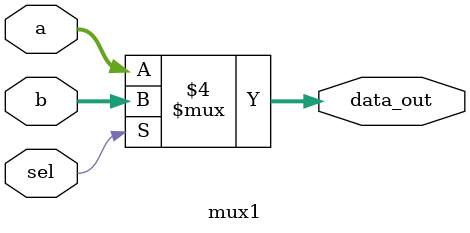
<source format=v>
module mux1( a , b ,sel, data_out

);
  input[63:0]  a;
input[63:0]  b;
output reg [63:0]  data_out;
input sel;

always @( sel or a or b)
  begin
    if (sel == 1)
        data_out <= b;
    else 
        data_out <= a;
  end
endmodule

</source>
